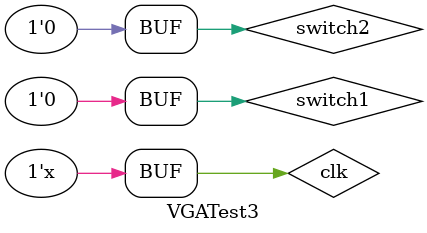
<source format=v>
`timescale 1ns / 1ps


module VGATest3;

	// Inputs
	reg clk;
	reg switch1;
	reg switch2;

	// Outputs
	wire Hsync;
	wire Vsync;
	wire [2:0] red;
	wire [2:0] green;
	wire [1:0] blue;

	// Instantiate the Unit Under Test (UUT)
	VGA_Controller2 uut (
		.clk(clk), 
		.switch1(switch1), 
		.switch2(switch2), 
		.Hsync(Hsync), 
		.Vsync(Vsync), 
		.red(red), 
		.green(green), 
		.blue(blue)
	);

	initial begin
		// Initialize Inputs
		clk = 0;
		switch1 = 0;
		switch2 = 0;

		// Wait 100 ns for global reset to finish
		#100;
        
		// Add stimulus here

	end
   always #10 clk = ~clk;
endmodule


</source>
